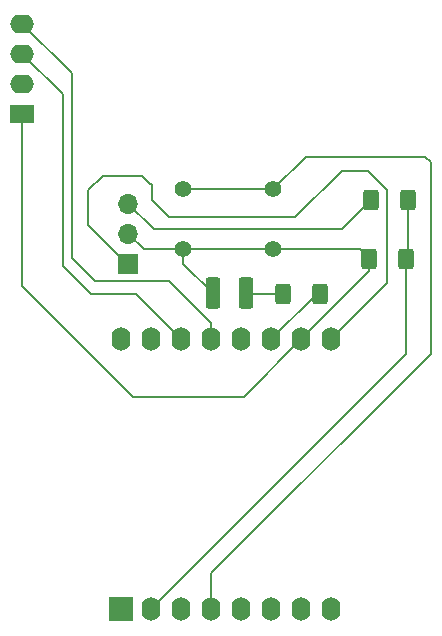
<source format=gbr>
%TF.GenerationSoftware,KiCad,Pcbnew,8.0.9-unknown-202502181922~c4009544a9~ubuntu24.04.1*%
%TF.CreationDate,2025-05-25T20:50:33-05:00*%
%TF.ProjectId,Pressure Reporter,50726573-7375-4726-9520-5265706f7274,rev?*%
%TF.SameCoordinates,Original*%
%TF.FileFunction,Copper,L1,Top*%
%TF.FilePolarity,Positive*%
%FSLAX46Y46*%
G04 Gerber Fmt 4.6, Leading zero omitted, Abs format (unit mm)*
G04 Created by KiCad (PCBNEW 8.0.9-unknown-202502181922~c4009544a9~ubuntu24.04.1) date 2025-05-25 20:50:33*
%MOMM*%
%LPD*%
G01*
G04 APERTURE LIST*
G04 Aperture macros list*
%AMRoundRect*
0 Rectangle with rounded corners*
0 $1 Rounding radius*
0 $2 $3 $4 $5 $6 $7 $8 $9 X,Y pos of 4 corners*
0 Add a 4 corners polygon primitive as box body*
4,1,4,$2,$3,$4,$5,$6,$7,$8,$9,$2,$3,0*
0 Add four circle primitives for the rounded corners*
1,1,$1+$1,$2,$3*
1,1,$1+$1,$4,$5*
1,1,$1+$1,$6,$7*
1,1,$1+$1,$8,$9*
0 Add four rect primitives between the rounded corners*
20,1,$1+$1,$2,$3,$4,$5,0*
20,1,$1+$1,$4,$5,$6,$7,0*
20,1,$1+$1,$6,$7,$8,$9,0*
20,1,$1+$1,$8,$9,$2,$3,0*%
G04 Aperture macros list end*
%TA.AperFunction,SMDPad,CuDef*%
%ADD10RoundRect,0.250000X0.400000X0.625000X-0.400000X0.625000X-0.400000X-0.625000X0.400000X-0.625000X0*%
%TD*%
%TA.AperFunction,SMDPad,CuDef*%
%ADD11RoundRect,0.250000X-0.375000X-1.075000X0.375000X-1.075000X0.375000X1.075000X-0.375000X1.075000X0*%
%TD*%
%TA.AperFunction,ComponentPad*%
%ADD12R,1.700000X1.700000*%
%TD*%
%TA.AperFunction,ComponentPad*%
%ADD13O,1.700000X1.700000*%
%TD*%
%TA.AperFunction,ComponentPad*%
%ADD14R,2.000000X2.000000*%
%TD*%
%TA.AperFunction,ComponentPad*%
%ADD15O,1.600000X2.000000*%
%TD*%
%TA.AperFunction,ComponentPad*%
%ADD16C,1.397000*%
%TD*%
%TA.AperFunction,SMDPad,CuDef*%
%ADD17RoundRect,0.250000X-0.400000X-0.625000X0.400000X-0.625000X0.400000X0.625000X-0.400000X0.625000X0*%
%TD*%
%TA.AperFunction,ComponentPad*%
%ADD18R,2.000000X1.600000*%
%TD*%
%TA.AperFunction,ComponentPad*%
%ADD19O,2.000000X1.600000*%
%TD*%
%TA.AperFunction,Conductor*%
%ADD20C,0.200000*%
%TD*%
G04 APERTURE END LIST*
D10*
%TO.P,R3,1*%
%TO.N,Net-(U1-D4)*%
X174820000Y-85840000D03*
%TO.P,R3,2*%
%TO.N,Net-(D1-A)*%
X171720000Y-85840000D03*
%TD*%
D11*
%TO.P,D1,1,K*%
%TO.N,Earth*%
X165730000Y-85800000D03*
%TO.P,D1,2,A*%
%TO.N,Net-(D1-A)*%
X168530000Y-85800000D03*
%TD*%
D12*
%TO.P,U2,1,Vcc*%
%TO.N,Net-(U1-5V)*%
X158595000Y-83345000D03*
D13*
%TO.P,U2,2,GND*%
%TO.N,Earth*%
X158595000Y-80805000D03*
%TO.P,U2,3,Vout*%
%TO.N,Net-(U2-Vout)*%
X158595000Y-78265000D03*
%TD*%
D14*
%TO.P,U1,1,~{RST}*%
%TO.N,unconnected-(U1-~{RST}-Pad1)*%
X157980000Y-112550000D03*
D15*
%TO.P,U1,2,A0*%
%TO.N,Net-(U1-A0)*%
X160520000Y-112550000D03*
%TO.P,U1,3,D0*%
%TO.N,unconnected-(U1-D0-Pad3)*%
X163060000Y-112550000D03*
%TO.P,U1,4,SCK/D5*%
%TO.N,Net-(U1-SCK{slash}D5)*%
X165600000Y-112550000D03*
%TO.P,U1,5,MISO/D6*%
%TO.N,unconnected-(U1-MISO{slash}D6-Pad5)*%
X168140000Y-112550000D03*
%TO.P,U1,6,MOSI/D7*%
%TO.N,unconnected-(U1-MOSI{slash}D7-Pad6)*%
X170680000Y-112550000D03*
%TO.P,U1,7,CS/D8*%
%TO.N,unconnected-(U1-CS{slash}D8-Pad7)*%
X173220000Y-112550000D03*
%TO.P,U1,8,3V3*%
%TO.N,Net-(DISP1-Vcc)*%
X175760000Y-112550000D03*
%TO.P,U1,9,5V*%
%TO.N,Net-(U1-5V)*%
X175760000Y-89690000D03*
%TO.P,U1,10,GND*%
%TO.N,Earth*%
X173220000Y-89690000D03*
%TO.P,U1,11,D4*%
%TO.N,Net-(U1-D4)*%
X170680000Y-89690000D03*
%TO.P,U1,12,D3*%
%TO.N,unconnected-(U1-D3-Pad12)*%
X168140000Y-89690000D03*
%TO.P,U1,13,SDA/D2*%
%TO.N,Net-(DISP1-SDA)*%
X165600000Y-89690000D03*
%TO.P,U1,14,SCL/D1*%
%TO.N,Net-(DISP1-SCL)*%
X163060000Y-89690000D03*
%TO.P,U1,15,RX*%
%TO.N,unconnected-(U1-RX-Pad15)*%
X160520000Y-89690000D03*
%TO.P,U1,16,TX*%
%TO.N,unconnected-(U1-TX-Pad16)*%
X157980000Y-89690000D03*
%TD*%
D16*
%TO.P,SW1,1,1*%
%TO.N,Net-(U1-SCK{slash}D5)*%
X163250000Y-77030000D03*
X170870000Y-77030000D03*
%TO.P,SW1,2,2*%
%TO.N,Earth*%
X170870000Y-82110000D03*
X163250000Y-82110000D03*
%TD*%
D10*
%TO.P,R2,1*%
%TO.N,Net-(U1-A0)*%
X182090000Y-82920000D03*
%TO.P,R2,2*%
%TO.N,Earth*%
X178990000Y-82920000D03*
%TD*%
D17*
%TO.P,R1,1*%
%TO.N,Net-(U2-Vout)*%
X179170000Y-77900000D03*
%TO.P,R1,2*%
%TO.N,Net-(U1-A0)*%
X182270000Y-77900000D03*
%TD*%
D18*
%TO.P,DISP1,1,Gnd*%
%TO.N,Earth*%
X149610000Y-70640000D03*
D19*
%TO.P,DISP1,2,Vcc*%
%TO.N,Net-(DISP1-Vcc)*%
X149610000Y-68100000D03*
%TO.P,DISP1,3,SCL*%
%TO.N,Net-(DISP1-SCL)*%
X149610000Y-65560000D03*
%TO.P,DISP1,4,SDA*%
%TO.N,Net-(DISP1-SDA)*%
X149610000Y-63020000D03*
%TD*%
D20*
%TO.N,Net-(D1-A)*%
X171720000Y-85840000D02*
X168570000Y-85840000D01*
X168570000Y-85840000D02*
X168530000Y-85800000D01*
%TO.N,Net-(U1-D4)*%
X170680000Y-89690000D02*
X174530000Y-85840000D01*
X174530000Y-85840000D02*
X174820000Y-85840000D01*
%TO.N,Earth*%
X173220000Y-89690000D02*
X178990000Y-83920000D01*
X178990000Y-83920000D02*
X178990000Y-82920000D01*
%TO.N,Net-(DISP1-SDA)*%
X165600000Y-89690000D02*
X165600000Y-88320000D01*
X165600000Y-88320000D02*
X162060000Y-84780000D01*
X162060000Y-84780000D02*
X155730000Y-84780000D01*
X155730000Y-84780000D02*
X153790000Y-82840000D01*
X153790000Y-82840000D02*
X153790000Y-67200000D01*
X153790000Y-67200000D02*
X149610000Y-63020000D01*
%TO.N,Net-(DISP1-SCL)*%
X163060000Y-89690000D02*
X159230000Y-85860000D01*
X159230000Y-85860000D02*
X155400000Y-85860000D01*
X155400000Y-85860000D02*
X153010000Y-83470000D01*
X153010000Y-83470000D02*
X153010000Y-68960000D01*
X153010000Y-68960000D02*
X149610000Y-65560000D01*
%TO.N,Net-(U2-Vout)*%
X158595000Y-78265000D02*
X160720000Y-80390000D01*
X160720000Y-80390000D02*
X176680000Y-80390000D01*
X176680000Y-80390000D02*
X179170000Y-77900000D01*
%TO.N,Net-(U1-SCK{slash}D5)*%
X170870000Y-77030000D02*
X163250000Y-77030000D01*
X165600000Y-112550000D02*
X165600000Y-109540000D01*
X165600000Y-109540000D02*
X184170000Y-90970000D01*
X184170000Y-90970000D02*
X184170000Y-74730000D01*
X184170000Y-74730000D02*
X183730000Y-74290000D01*
X183730000Y-74290000D02*
X173610000Y-74290000D01*
X173610000Y-74290000D02*
X170870000Y-77030000D01*
%TO.N,Earth*%
X163250000Y-82110000D02*
X163250000Y-83320000D01*
X163250000Y-83320000D02*
X165730000Y-85800000D01*
X163250000Y-82110000D02*
X159900000Y-82110000D01*
X159900000Y-82110000D02*
X158595000Y-80805000D01*
X170870000Y-82110000D02*
X178180000Y-82110000D01*
X178180000Y-82110000D02*
X178990000Y-82920000D01*
X178970000Y-82900000D02*
X178970000Y-82790000D01*
X178990000Y-82920000D02*
X178970000Y-82900000D01*
X163920000Y-82110000D02*
X170870000Y-82110000D01*
%TO.N,Net-(U1-A0)*%
X182090000Y-82920000D02*
X182090000Y-90980000D01*
X182090000Y-90980000D02*
X160520000Y-112550000D01*
X182270000Y-77900000D02*
X182270000Y-82740000D01*
X182270000Y-82740000D02*
X182090000Y-82920000D01*
%TO.N,Net-(U1-5V)*%
X176640000Y-75460000D02*
X178860000Y-75460000D01*
X155180000Y-77090000D02*
X156400000Y-75870000D01*
X160570000Y-77890000D02*
X162050000Y-79370000D01*
X160570000Y-76580000D02*
X160570000Y-77890000D01*
X159710000Y-75870000D02*
X160420000Y-76580000D01*
X172730000Y-79370000D02*
X176640000Y-75460000D01*
X180480000Y-84970000D02*
X175760000Y-89690000D01*
X156400000Y-75870000D02*
X159710000Y-75870000D01*
X160420000Y-76580000D02*
X160570000Y-76580000D01*
X155180000Y-80040000D02*
X155180000Y-77090000D01*
X178860000Y-75460000D02*
X180480000Y-77080000D01*
X162050000Y-79370000D02*
X172730000Y-79370000D01*
X180480000Y-77080000D02*
X180480000Y-84970000D01*
X158485000Y-83345000D02*
X155180000Y-80040000D01*
X158595000Y-83345000D02*
X158485000Y-83345000D01*
%TO.N,Earth*%
X149610000Y-70640000D02*
X149610000Y-85240000D01*
X149610000Y-85240000D02*
X158950000Y-94580000D01*
X158950000Y-94580000D02*
X168350000Y-94580000D01*
X168350000Y-94580000D02*
X168350000Y-94560000D01*
X168350000Y-94560000D02*
X173220000Y-89690000D01*
%TD*%
M02*

</source>
